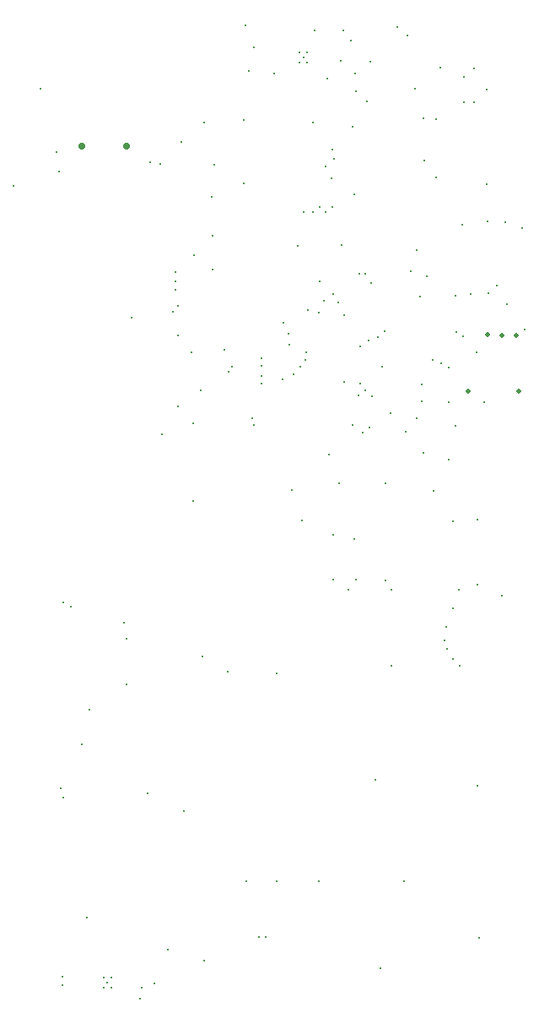
<source format=gbr>
%TF.GenerationSoftware,Altium Limited,Altium Designer,19.0.12 (326)*%
G04 Layer_Color=0*
%FSLAX26Y26*%
%MOIN*%
%TF.FileFunction,Plated,1,2,PTH,Drill*%
%TF.Part,Single*%
G01*
G75*
%TA.AperFunction,OtherDrill,Pad Free-8 (1875mil,2458.464mil)*%
%ADD137C,0.019685*%
%TA.AperFunction,OtherDrill,Pad Free-9 (2075.077mil,2458.971mil)*%
%ADD138C,0.019685*%
%TA.AperFunction,OtherDrill,Pad Free-7 (2065mil,2677.463mil)*%
%ADD139C,0.019685*%
%TA.AperFunction,OtherDrill,Pad Free-6 (2009mil,2679mil)*%
%ADD140C,0.019685*%
%TA.AperFunction,OtherDrill,Pad Free-5 (1952mil,2682.024mil)*%
%ADD141C,0.019685*%
%TA.AperFunction,ComponentDrill*%
%ADD142C,0.027559*%
%TA.AperFunction,ViaDrill,NotFilled*%
%ADD143C,0.007874*%
%ADD144C,0.011811*%
D137*
X1875000Y2458464D02*
D03*
D138*
X2075077Y2458971D02*
D03*
D139*
X2065000Y2677463D02*
D03*
D140*
X2009000Y2679000D02*
D03*
D141*
X1952000Y2682024D02*
D03*
D142*
X524372Y3425000D02*
D03*
X347206D02*
D03*
D143*
X272000Y113000D02*
D03*
X273000Y146000D02*
D03*
X435000Y145000D02*
D03*
X465000D02*
D03*
X450000Y125000D02*
D03*
X435000Y105000D02*
D03*
X465000D02*
D03*
X580000Y60906D02*
D03*
X585000Y105000D02*
D03*
X634156Y119844D02*
D03*
X690000Y255000D02*
D03*
X832658Y210000D02*
D03*
X1050000Y305592D02*
D03*
X1075590D02*
D03*
X1120000Y525000D02*
D03*
X1000000D02*
D03*
X1285000D02*
D03*
X1621256D02*
D03*
X1919000Y300000D02*
D03*
X1530000Y180000D02*
D03*
X1912500Y899724D02*
D03*
X1841534Y1373466D02*
D03*
X1813976Y1400000D02*
D03*
X1792426Y1440796D02*
D03*
X1781496Y1475000D02*
D03*
X1788740Y1525984D02*
D03*
X1814960Y1600000D02*
D03*
X1840000Y1675000D02*
D03*
X1912500Y1693992D02*
D03*
X2007874Y1650000D02*
D03*
X1912000Y1950000D02*
D03*
X1813976Y1943700D02*
D03*
X1737204Y2064326D02*
D03*
X1800000Y2188024D02*
D03*
X1825000Y2320000D02*
D03*
X1937008Y2413842D02*
D03*
X1800000Y2550000D02*
D03*
X1797536Y2415158D02*
D03*
X1692000Y2485069D02*
D03*
X1769056Y2568552D02*
D03*
X1692000Y2418850D02*
D03*
X1670630Y2350000D02*
D03*
X1628000Y2296642D02*
D03*
X1699358Y2215094D02*
D03*
X1496850Y2436000D02*
D03*
X1483740Y2313426D02*
D03*
X1568308Y2371372D02*
D03*
X1468504Y2460000D02*
D03*
X1440354Y2439693D02*
D03*
X1418110Y2322598D02*
D03*
X1457480Y2294670D02*
D03*
X1325000Y2207426D02*
D03*
X1364566Y2094882D02*
D03*
X1219000Y1947232D02*
D03*
X1341812Y1890000D02*
D03*
X1425000Y1875000D02*
D03*
X1432175Y1715000D02*
D03*
X1400592Y1675000D02*
D03*
X1571048Y1675592D02*
D03*
X1550000Y1710000D02*
D03*
X1342541Y1713171D02*
D03*
X1179330Y2066771D02*
D03*
X1029574Y2325000D02*
D03*
X1021063Y2351686D02*
D03*
X1185000Y2525000D02*
D03*
X1211024Y2553000D02*
D03*
X1231867Y2579220D02*
D03*
X1234646Y2610000D02*
D03*
X1286930Y2767920D02*
D03*
X1450000Y2635630D02*
D03*
X1447232Y2486370D02*
D03*
X1385000Y2493114D02*
D03*
X1536220Y2553000D02*
D03*
X1520000Y2670000D02*
D03*
X1481702Y2658158D02*
D03*
X1544566Y2694880D02*
D03*
X1386812Y2756920D02*
D03*
X1363195Y2805944D02*
D03*
X1341812Y2842000D02*
D03*
X1306110Y2813920D02*
D03*
X1446652Y2919499D02*
D03*
X1468504Y2920748D02*
D03*
X1491190Y2884626D02*
D03*
X1647436Y2930000D02*
D03*
X1685104Y2830000D02*
D03*
X1829724Y2690000D02*
D03*
X1855000Y2675000D02*
D03*
X1908654Y2610796D02*
D03*
X2100000Y2699790D02*
D03*
X2030000Y2800000D02*
D03*
X1989531Y2875188D02*
D03*
X1953938Y2845000D02*
D03*
X1886628Y2840202D02*
D03*
X1825000Y2835000D02*
D03*
X1711614Y2912056D02*
D03*
X1670630Y3014566D02*
D03*
X1853356Y3115000D02*
D03*
X1950500Y3128000D02*
D03*
X2020842Y3124735D02*
D03*
X2090000Y3100000D02*
D03*
X1950000Y3274000D02*
D03*
X1750000Y3300000D02*
D03*
X1701257Y3368743D02*
D03*
X1700000Y3535000D02*
D03*
X1749370Y3532204D02*
D03*
X1858000Y3598000D02*
D03*
X1900000D02*
D03*
X1949000Y3646000D02*
D03*
X1900000Y3730000D02*
D03*
X1860000Y3696181D02*
D03*
X1765000Y3735000D02*
D03*
X1635000Y3860000D02*
D03*
X1595766Y3894336D02*
D03*
X1488850Y3758850D02*
D03*
X1665000Y3649842D02*
D03*
X1413094Y3840000D02*
D03*
X1430000Y3710000D02*
D03*
X1432175Y3640000D02*
D03*
X1474410Y3600000D02*
D03*
X1417175Y3500000D02*
D03*
X1338976Y3410904D02*
D03*
X1345000Y3375000D02*
D03*
X1311796Y3345000D02*
D03*
X1335000Y3299000D02*
D03*
X1339370Y3182704D02*
D03*
X1287796Y3183000D02*
D03*
X1313386Y3162798D02*
D03*
X1375000Y3035000D02*
D03*
X1287796Y2889920D02*
D03*
X1201574Y3029920D02*
D03*
X1225000Y3163562D02*
D03*
X1262204Y3162798D02*
D03*
X1425000Y3235742D02*
D03*
X1262204Y3519008D02*
D03*
X1320000Y3689660D02*
D03*
X1372734Y3762232D02*
D03*
X1240000Y3795000D02*
D03*
X1210000D02*
D03*
X1270276Y3880000D02*
D03*
X1225000Y3775000D02*
D03*
X1210000Y3755000D02*
D03*
X1240000D02*
D03*
X1381222Y3881000D02*
D03*
X996850Y3900000D02*
D03*
X1030314Y3815000D02*
D03*
X832658Y3518190D02*
D03*
X742764Y3440000D02*
D03*
X871322Y3350000D02*
D03*
X862598Y3225000D02*
D03*
X866322Y3070202D02*
D03*
X793308Y2993920D02*
D03*
X866322Y2935920D02*
D03*
X719000Y2928748D02*
D03*
Y2890920D02*
D03*
X718364Y2856692D02*
D03*
X730109Y2795000D02*
D03*
X709158Y2770078D02*
D03*
X728291Y2676694D02*
D03*
X783204Y2611000D02*
D03*
X941421Y2555690D02*
D03*
X927192Y2533596D02*
D03*
X1057536Y2517520D02*
D03*
X1060000Y2486370D02*
D03*
X1058618Y2556890D02*
D03*
X1143110Y2502874D02*
D03*
X1170000Y2640000D02*
D03*
X1240944Y2777482D02*
D03*
X1143827Y2727920D02*
D03*
X1165000Y2685000D02*
D03*
X1060000Y2587748D02*
D03*
X912478Y2620472D02*
D03*
X820000Y2460000D02*
D03*
X788346Y2330000D02*
D03*
X727379Y2398932D02*
D03*
X666614Y2288912D02*
D03*
X790000Y2025000D02*
D03*
X515000Y1545000D02*
D03*
X525000Y1480000D02*
D03*
X525638Y1300000D02*
D03*
X380000Y1200000D02*
D03*
X347206Y1065000D02*
D03*
X265000Y890000D02*
D03*
X277000Y855000D02*
D03*
X610000Y870000D02*
D03*
X751378Y800000D02*
D03*
X370000Y380000D02*
D03*
X1120000Y1345000D02*
D03*
X925000Y1351890D02*
D03*
X826919Y1410147D02*
D03*
X306000Y1609000D02*
D03*
X275000Y1625000D02*
D03*
X545000Y2747920D02*
D03*
X987716Y3277166D02*
D03*
Y3528016D02*
D03*
X660000Y3353700D02*
D03*
X617598Y3362402D02*
D03*
X185000Y3649842D02*
D03*
X250000Y3400000D02*
D03*
X260000Y3325000D02*
D03*
X80000Y3266654D02*
D03*
X1548621Y2094882D02*
D03*
X1735690Y2582000D02*
D03*
X1571048Y1373466D02*
D03*
X1508686Y925000D02*
D03*
D144*
X1110000Y3710000D02*
D03*
X1010000Y3720700D02*
D03*
%TF.MD5,19527ffd9f2197adc67a0d718ab33e63*%
M02*

</source>
